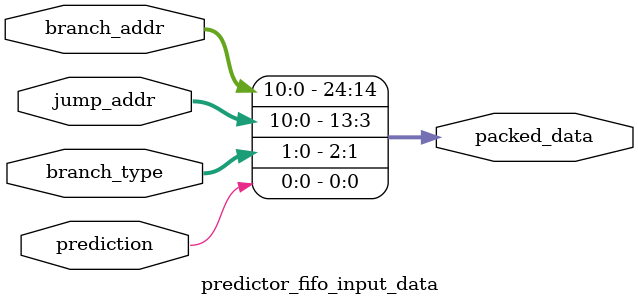
<source format=v>
module predictor_fifo_input_data (	input [10:0] 		branch_addr,
												input [10:0]		jump_addr,
												input [1:0]			branch_type,
												input 				prediction,
												output reg [24:0] packed_data);
												
	always begin
		packed_data <= {branch_addr, jump_addr, branch_type, prediction};
	end
endmodule
</source>
